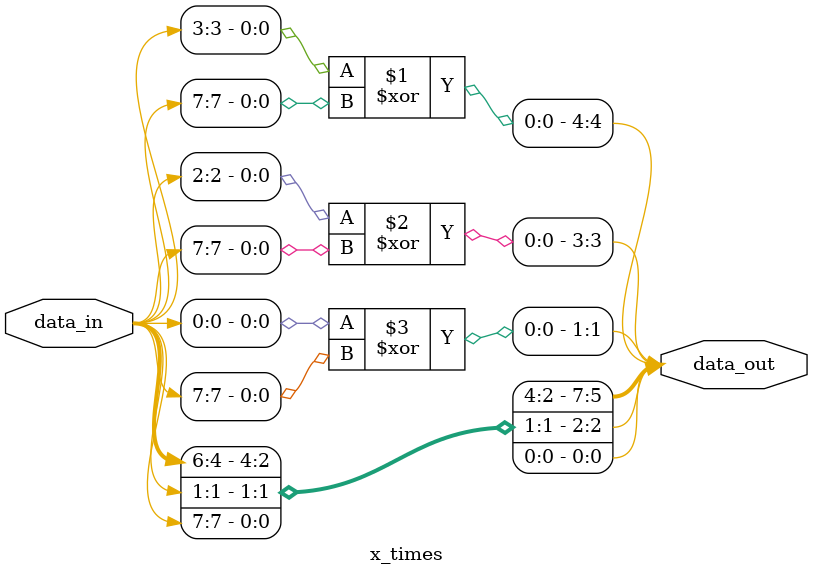
<source format=v>

`include "aes_types.v"
module x_times(data_in, data_out);

	input  [7:0] data_in;
	output [7:0] data_out;

	//wire [7:0] mul_02; 		// multiplication with 02 (x - like polinomial) is implemented as a shift with one position
	//wire [7:0] reduction; 	// modular reduction with x^8 + x^4 + x^3 + x + 1 = 0001_1011
	
	//assign mul_02 = (data_in << 1);
	assign data_out[7] = data_in[6];
	assign data_out[6] = data_in[5];
	assign data_out[5] = data_in[4];
	assign data_out[4] = data_in[3] ^ data_in[7];
	                   
	assign data_out[3] = data_in[2] ^ data_in[7];
	assign data_out[2] = data_in[1];
	assign data_out[1] = data_in[0] ^ data_in[7];
	assign data_out[0] = data_in[7];
	
	
	
//	assign reduction = mul_02 ^ `POLYNOMIAL_IRR;

	//assign data_out = mul_02;
	
endmodule
</source>
